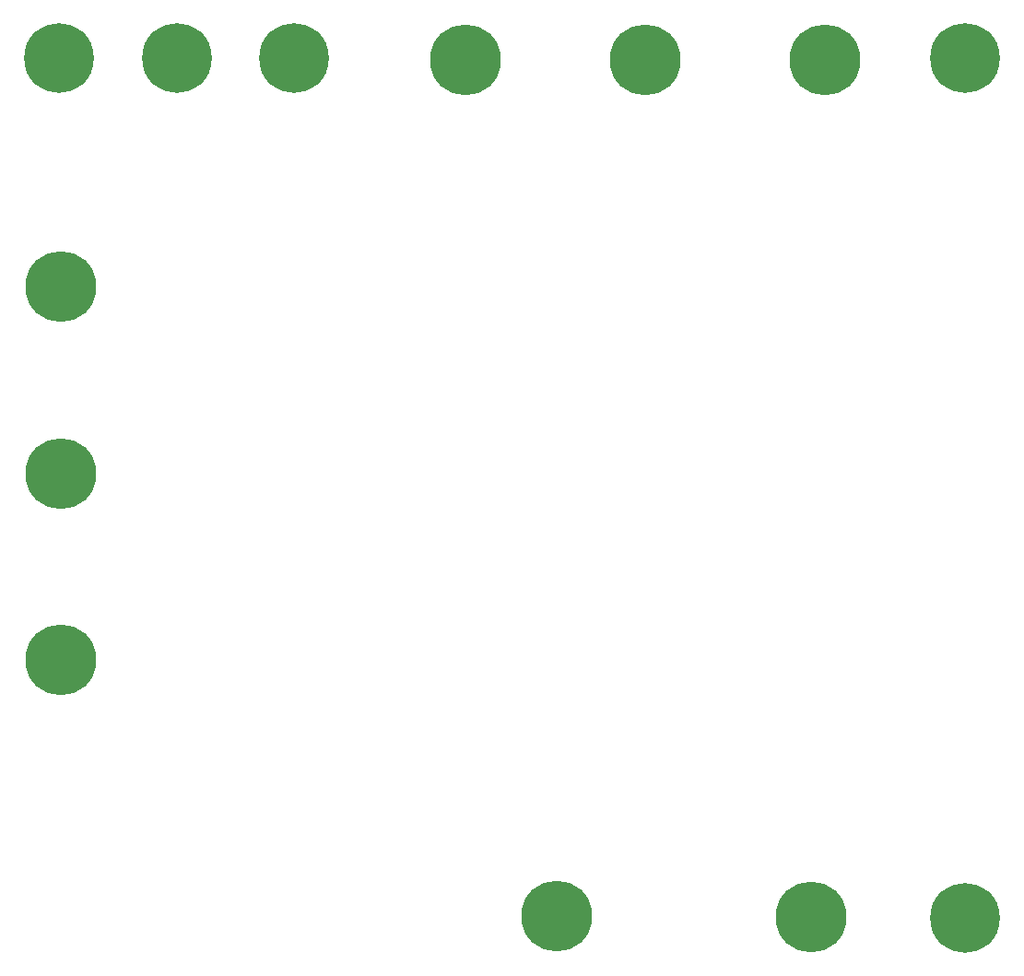
<source format=gts>
G04 #@! TF.GenerationSoftware,KiCad,Pcbnew,5.1.12-1.fc34*
G04 #@! TF.CreationDate,2022-01-17T21:01:31+01:00*
G04 #@! TF.ProjectId,vcf-panel,7663662d-7061-46e6-956c-2e6b69636164,rev?*
G04 #@! TF.SameCoordinates,Original*
G04 #@! TF.FileFunction,Soldermask,Top*
G04 #@! TF.FilePolarity,Negative*
%FSLAX46Y46*%
G04 Gerber Fmt 4.6, Leading zero omitted, Abs format (unit mm)*
G04 Created by KiCad (PCBNEW 5.1.12-1.fc34) date 2022-01-17 21:01:31*
%MOMM*%
%LPD*%
G01*
G04 APERTURE LIST*
%ADD10C,6.500000*%
%ADD11C,6.400000*%
G04 APERTURE END LIST*
D10*
X116840000Y-152400000D03*
X140215620Y-152440640D03*
X71239380Y-128864360D03*
X71239380Y-111719360D03*
X71239380Y-94574360D03*
X141485620Y-73700640D03*
X124975620Y-73700640D03*
X108465620Y-73700640D03*
D11*
X154305000Y-152529540D03*
X154305000Y-73530460D03*
X92710000Y-73530460D03*
X81915000Y-73530460D03*
X71120000Y-73530460D03*
M02*

</source>
